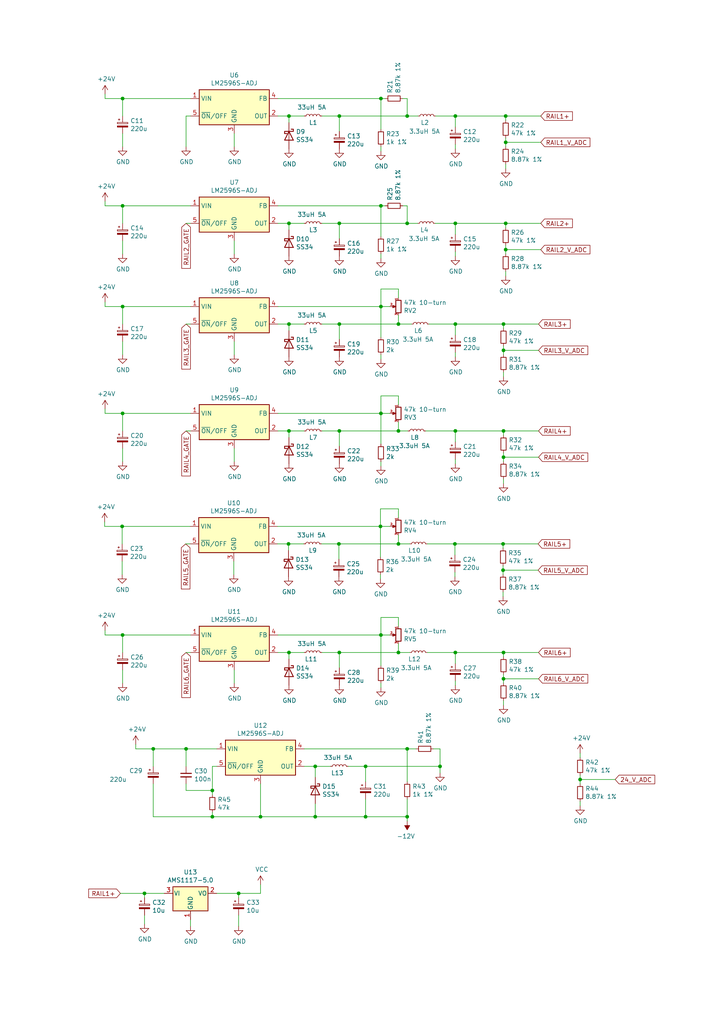
<source format=kicad_sch>
(kicad_sch (version 20211123) (generator eeschema)
  (paper "A4" portrait)
  (junction (at 132.08 64.77))
  (junction (at 127.635 222.25))
  (junction (at 69.215 259.08))
  (junction (at 35.56 59.69))
  (junction (at 118.11 217.17))
  (junction (at 83.82 93.98))
  (junction (at 146.05 189.23))
  (junction (at 106.045 236.855))
  (junction (at 35.56 88.9))
  (junction (at 146.05 124.968))
  (junction (at 115.57 157.734))
  (junction (at 98.425 189.23))
  (junction (at 44.45 217.17))
  (junction (at 61.595 229.235))
  (junction (at 83.82 64.77))
  (junction (at 145.923 157.734))
  (junction (at 110.49 28.575))
  (junction (at 146.685 72.39))
  (junction (at 115.57 189.23))
  (junction (at 110.49 59.69))
  (junction (at 110.49 88.9))
  (junction (at 132.08 33.655))
  (junction (at 146.05 93.98))
  (junction (at 61.595 236.855))
  (junction (at 146.685 41.275))
  (junction (at 146.685 64.77))
  (junction (at 145.923 165.354))
  (junction (at 146.05 132.588))
  (junction (at 98.425 33.655))
  (junction (at 146.05 101.6))
  (junction (at 106.045 222.25))
  (junction (at 115.57 93.98))
  (junction (at 98.425 64.77))
  (junction (at 146.685 33.655))
  (junction (at 98.298 157.734))
  (junction (at 41.91 259.08))
  (junction (at 35.56 184.15))
  (junction (at 35.56 28.575))
  (junction (at 53.975 217.17))
  (junction (at 168.275 226.06))
  (junction (at 83.82 124.968))
  (junction (at 115.57 124.968))
  (junction (at 132.08 124.968))
  (junction (at 118.11 64.77))
  (junction (at 146.05 196.85))
  (junction (at 83.693 157.734))
  (junction (at 110.49 184.15))
  (junction (at 35.433 152.654))
  (junction (at 131.953 157.734))
  (junction (at 110.363 152.654))
  (junction (at 98.425 124.968))
  (junction (at 91.44 236.855))
  (junction (at 83.82 189.23))
  (junction (at 91.44 222.25))
  (junction (at 132.08 93.98))
  (junction (at 118.11 33.655))
  (junction (at 118.11 236.855))
  (junction (at 110.49 119.888))
  (junction (at 75.565 236.855))
  (junction (at 83.82 33.655))
  (junction (at 35.56 119.888))
  (junction (at 98.425 93.98))
  (junction (at 132.08 189.23))
  (wire (pts (xy 127.635 217.17) (xy 127.635 222.25)))
  (wire (pts (xy 145.923 172.974) (xy 145.923 171.704)))
  (wire (pts (xy 110.363 152.654) (xy 110.363 161.544)))
  (wire (pts (xy 55.245 119.888) (xy 35.56 119.888)))
  (wire (pts (xy 132.08 64.77) (xy 146.685 64.77)))
  (wire (pts (xy 83.82 33.655) (xy 83.82 35.56)))
  (wire (pts (xy 80.645 189.23) (xy 83.82 189.23)))
  (wire (pts (xy 30.48 59.69) (xy 35.56 59.69)))
  (wire (pts (xy 35.56 130.048) (xy 35.56 133.858)))
  (wire (pts (xy 156.083 157.734) (xy 145.923 157.734)))
  (wire (pts (xy 80.518 157.734) (xy 83.693 157.734)))
  (wire (pts (xy 110.49 83.82) (xy 110.49 88.9)))
  (wire (pts (xy 67.945 102.87) (xy 67.945 99.06)))
  (wire (pts (xy 146.685 72.39) (xy 146.685 71.12)))
  (wire (pts (xy 168.275 227.33) (xy 168.275 226.06)))
  (wire (pts (xy 93.345 64.77) (xy 98.425 64.77)))
  (wire (pts (xy 110.49 74.93) (xy 110.49 73.66)))
  (wire (pts (xy 146.685 34.925) (xy 146.685 33.655)))
  (wire (pts (xy 30.48 87.63) (xy 30.48 88.9)))
  (wire (pts (xy 30.48 182.88) (xy 30.48 184.15)))
  (wire (pts (xy 156.083 165.354) (xy 145.923 165.354)))
  (wire (pts (xy 30.48 119.888) (xy 35.56 119.888)))
  (wire (pts (xy 146.05 196.85) (xy 146.05 195.58)))
  (wire (pts (xy 91.44 222.25) (xy 91.44 225.425)))
  (wire (pts (xy 156.845 33.655) (xy 146.685 33.655)))
  (wire (pts (xy 110.49 28.575) (xy 80.645 28.575)))
  (wire (pts (xy 118.11 231.775) (xy 118.11 236.855)))
  (wire (pts (xy 115.57 122.428) (xy 115.57 124.968)))
  (wire (pts (xy 30.353 151.384) (xy 30.353 152.654)))
  (wire (pts (xy 132.08 33.655) (xy 146.685 33.655)))
  (wire (pts (xy 83.82 93.98) (xy 83.82 95.885)))
  (wire (pts (xy 146.05 109.22) (xy 146.05 107.95)))
  (wire (pts (xy 39.37 217.17) (xy 44.45 217.17)))
  (wire (pts (xy 55.118 152.654) (xy 35.433 152.654)))
  (wire (pts (xy 146.05 190.5) (xy 146.05 189.23)))
  (wire (pts (xy 118.11 217.17) (xy 120.65 217.17)))
  (wire (pts (xy 118.11 64.77) (xy 121.158 64.77)))
  (wire (pts (xy 41.91 265.43) (xy 41.91 267.97)))
  (wire (pts (xy 30.48 28.575) (xy 35.56 28.575)))
  (wire (pts (xy 115.57 86.36) (xy 115.57 83.82)))
  (wire (pts (xy 132.08 64.77) (xy 132.08 67.945)))
  (wire (pts (xy 100.965 222.25) (xy 106.045 222.25)))
  (wire (pts (xy 115.57 189.23) (xy 118.872 189.23)))
  (wire (pts (xy 127.635 222.25) (xy 127.635 224.155)))
  (wire (pts (xy 83.82 189.23) (xy 88.265 189.23)))
  (wire (pts (xy 35.56 93.98) (xy 35.56 88.9)))
  (wire (pts (xy 131.953 157.734) (xy 131.953 160.909)))
  (wire (pts (xy 113.03 184.15) (xy 110.49 184.15)))
  (wire (pts (xy 110.49 104.14) (xy 110.49 102.87)))
  (wire (pts (xy 132.08 189.23) (xy 146.05 189.23)))
  (wire (pts (xy 53.975 189.23) (xy 55.245 189.23)))
  (wire (pts (xy 110.49 199.39) (xy 110.49 198.12)))
  (wire (pts (xy 115.57 179.07) (xy 110.49 179.07)))
  (wire (pts (xy 106.045 236.855) (xy 118.11 236.855)))
  (wire (pts (xy 98.425 64.77) (xy 118.11 64.77)))
  (wire (pts (xy 61.595 222.25) (xy 61.595 229.235)))
  (wire (pts (xy 131.953 157.734) (xy 145.923 157.734)))
  (wire (pts (xy 83.82 33.655) (xy 88.265 33.655)))
  (wire (pts (xy 156.845 72.39) (xy 146.685 72.39)))
  (wire (pts (xy 34.925 259.08) (xy 41.91 259.08)))
  (wire (pts (xy 35.56 64.77) (xy 35.56 59.69)))
  (wire (pts (xy 98.425 124.968) (xy 98.425 129.413)))
  (wire (pts (xy 53.975 64.77) (xy 55.245 64.77)))
  (wire (pts (xy 98.425 93.98) (xy 98.425 98.425)))
  (wire (pts (xy 131.953 167.259) (xy 131.953 165.989)))
  (wire (pts (xy 132.08 198.755) (xy 132.08 197.485)))
  (wire (pts (xy 110.49 135.128) (xy 110.49 133.858)))
  (wire (pts (xy 132.08 74.295) (xy 132.08 73.025)))
  (wire (pts (xy 110.49 59.69) (xy 111.76 59.69)))
  (wire (pts (xy 53.975 124.968) (xy 55.245 124.968)))
  (wire (pts (xy 41.91 259.08) (xy 41.91 260.35)))
  (wire (pts (xy 83.82 189.23) (xy 83.82 191.135)))
  (wire (pts (xy 115.57 93.98) (xy 119.38 93.98)))
  (wire (pts (xy 123.952 189.23) (xy 132.08 189.23)))
  (wire (pts (xy 80.645 33.655) (xy 83.82 33.655)))
  (wire (pts (xy 44.45 236.855) (xy 61.595 236.855)))
  (wire (pts (xy 106.045 222.25) (xy 127.635 222.25)))
  (wire (pts (xy 55.245 28.575) (xy 35.56 28.575)))
  (wire (pts (xy 110.363 167.894) (xy 110.363 166.624)))
  (wire (pts (xy 146.685 41.275) (xy 146.685 40.005)))
  (wire (pts (xy 115.57 150.114) (xy 115.57 147.574)))
  (wire (pts (xy 75.565 259.08) (xy 75.565 256.54)))
  (wire (pts (xy 146.05 204.47) (xy 146.05 203.2)))
  (wire (pts (xy 146.685 48.895) (xy 146.685 47.625)))
  (wire (pts (xy 83.82 64.77) (xy 83.82 66.675)))
  (wire (pts (xy 93.218 157.734) (xy 98.298 157.734)))
  (wire (pts (xy 30.353 152.654) (xy 35.433 152.654)))
  (wire (pts (xy 110.49 28.575) (xy 111.76 28.575)))
  (wire (pts (xy 55.245 268.605) (xy 55.245 266.7)))
  (wire (pts (xy 115.57 117.348) (xy 115.57 114.808)))
  (wire (pts (xy 30.48 27.305) (xy 30.48 28.575)))
  (wire (pts (xy 123.952 157.734) (xy 131.953 157.734)))
  (wire (pts (xy 118.11 217.17) (xy 118.11 226.695)))
  (wire (pts (xy 118.11 59.69) (xy 118.11 64.77)))
  (wire (pts (xy 115.57 147.574) (xy 110.363 147.574)))
  (wire (pts (xy 116.84 59.69) (xy 118.11 59.69)))
  (wire (pts (xy 55.245 88.9) (xy 35.56 88.9)))
  (wire (pts (xy 168.275 233.68) (xy 168.275 232.41)))
  (wire (pts (xy 115.57 114.808) (xy 110.49 114.808)))
  (wire (pts (xy 110.49 179.07) (xy 110.49 184.15)))
  (wire (pts (xy 67.818 166.624) (xy 67.818 162.814)))
  (wire (pts (xy 44.45 227.33) (xy 44.45 236.855)))
  (wire (pts (xy 146.05 126.238) (xy 146.05 124.968)))
  (wire (pts (xy 132.08 189.23) (xy 132.08 192.405)))
  (wire (pts (xy 168.275 226.06) (xy 168.275 224.79)))
  (wire (pts (xy 115.57 91.44) (xy 115.57 93.98)))
  (wire (pts (xy 61.595 236.855) (xy 61.595 235.585)))
  (wire (pts (xy 118.11 217.17) (xy 88.265 217.17)))
  (wire (pts (xy 156.21 132.588) (xy 146.05 132.588)))
  (wire (pts (xy 132.08 93.98) (xy 132.08 97.155)))
  (wire (pts (xy 69.215 259.08) (xy 69.215 260.35)))
  (wire (pts (xy 30.48 184.15) (xy 35.56 184.15)))
  (wire (pts (xy 110.49 88.9) (xy 110.49 97.79)))
  (wire (pts (xy 156.845 41.275) (xy 146.685 41.275)))
  (wire (pts (xy 83.82 124.968) (xy 83.82 126.873)))
  (wire (pts (xy 53.975 217.17) (xy 53.975 222.25)))
  (wire (pts (xy 53.975 217.17) (xy 62.865 217.17)))
  (wire (pts (xy 146.05 101.6) (xy 146.05 100.33)))
  (wire (pts (xy 123.444 124.968) (xy 132.08 124.968)))
  (wire (pts (xy 110.49 88.9) (xy 80.645 88.9)))
  (wire (pts (xy 145.923 166.624) (xy 145.923 165.354)))
  (wire (pts (xy 35.56 124.968) (xy 35.56 119.888)))
  (wire (pts (xy 98.425 124.968) (xy 115.57 124.968)))
  (wire (pts (xy 146.685 42.545) (xy 146.685 41.275)))
  (wire (pts (xy 115.57 155.194) (xy 115.57 157.734)))
  (wire (pts (xy 110.49 119.888) (xy 80.645 119.888)))
  (wire (pts (xy 145.923 159.004) (xy 145.923 157.734)))
  (wire (pts (xy 83.82 124.968) (xy 88.265 124.968)))
  (wire (pts (xy 88.265 222.25) (xy 91.44 222.25)))
  (wire (pts (xy 146.05 198.12) (xy 146.05 196.85)))
  (wire (pts (xy 53.975 93.98) (xy 55.245 93.98)))
  (wire (pts (xy 53.975 33.655) (xy 55.245 33.655)))
  (wire (pts (xy 93.345 189.23) (xy 98.425 189.23)))
  (wire (pts (xy 156.21 189.23) (xy 146.05 189.23)))
  (wire (pts (xy 35.56 33.655) (xy 35.56 28.575)))
  (wire (pts (xy 118.11 28.575) (xy 118.11 33.655)))
  (wire (pts (xy 156.845 64.77) (xy 146.685 64.77)))
  (wire (pts (xy 91.44 236.855) (xy 91.44 233.045)))
  (wire (pts (xy 83.82 93.98) (xy 88.265 93.98)))
  (wire (pts (xy 156.21 101.6) (xy 146.05 101.6)))
  (wire (pts (xy 126.238 64.77) (xy 132.08 64.77)))
  (wire (pts (xy 98.425 189.23) (xy 115.57 189.23)))
  (wire (pts (xy 106.045 222.25) (xy 106.045 226.695)))
  (wire (pts (xy 98.425 189.23) (xy 98.425 193.675)))
  (wire (pts (xy 115.57 157.734) (xy 118.872 157.734)))
  (wire (pts (xy 93.345 124.968) (xy 98.425 124.968)))
  (wire (pts (xy 30.48 118.618) (xy 30.48 119.888)))
  (wire (pts (xy 35.433 162.814) (xy 35.433 166.624)))
  (wire (pts (xy 80.645 64.77) (xy 83.82 64.77)))
  (wire (pts (xy 53.975 229.235) (xy 53.975 227.33)))
  (wire (pts (xy 69.215 259.08) (xy 75.565 259.08)))
  (wire (pts (xy 146.685 80.01) (xy 146.685 78.74)))
  (wire (pts (xy 132.08 33.655) (xy 132.08 36.83)))
  (wire (pts (xy 98.425 64.77) (xy 98.425 69.215)))
  (wire (pts (xy 146.685 66.04) (xy 146.685 64.77)))
  (wire (pts (xy 35.56 38.735) (xy 35.56 42.545)))
  (wire (pts (xy 55.245 184.15) (xy 35.56 184.15)))
  (wire (pts (xy 110.49 114.808) (xy 110.49 119.888)))
  (wire (pts (xy 44.45 217.17) (xy 53.975 217.17)))
  (wire (pts (xy 145.923 165.354) (xy 145.923 164.084)))
  (wire (pts (xy 115.57 181.61) (xy 115.57 179.07)))
  (wire (pts (xy 115.57 124.968) (xy 118.364 124.968)))
  (wire (pts (xy 35.56 99.06) (xy 35.56 102.87)))
  (wire (pts (xy 146.05 140.208) (xy 146.05 138.938)))
  (wire (pts (xy 35.56 194.31) (xy 35.56 198.12)))
  (wire (pts (xy 156.21 196.85) (xy 146.05 196.85)))
  (wire (pts (xy 113.03 152.654) (xy 110.363 152.654)))
  (wire (pts (xy 67.945 198.12) (xy 67.945 194.31)))
  (wire (pts (xy 93.345 33.655) (xy 98.425 33.655)))
  (wire (pts (xy 53.975 33.655) (xy 53.975 42.545)))
  (wire (pts (xy 116.84 28.575) (xy 118.11 28.575)))
  (wire (pts (xy 55.245 59.69) (xy 35.56 59.69)))
  (wire (pts (xy 44.45 222.25) (xy 44.45 217.17)))
  (wire (pts (xy 80.645 124.968) (xy 83.82 124.968)))
  (wire (pts (xy 62.865 259.08) (xy 69.215 259.08)))
  (wire (pts (xy 110.49 59.69) (xy 80.645 59.69)))
  (wire (pts (xy 115.57 83.82) (xy 110.49 83.82)))
  (wire (pts (xy 168.275 219.71) (xy 168.275 218.44)))
  (wire (pts (xy 110.49 59.69) (xy 110.49 68.58)))
  (wire (pts (xy 110.49 28.575) (xy 110.49 37.465)))
  (wire (pts (xy 61.595 229.235) (xy 53.975 229.235)))
  (wire (pts (xy 75.565 236.855) (xy 61.595 236.855)))
  (wire (pts (xy 146.05 133.858) (xy 146.05 132.588)))
  (wire (pts (xy 146.05 95.25) (xy 146.05 93.98)))
  (wire (pts (xy 98.425 93.98) (xy 115.57 93.98)))
  (wire (pts (xy 125.73 217.17) (xy 127.635 217.17)))
  (wire (pts (xy 110.363 147.574) (xy 110.363 152.654)))
  (wire (pts (xy 106.045 236.855) (xy 106.045 231.775)))
  (wire (pts (xy 132.08 93.98) (xy 146.05 93.98)))
  (wire (pts (xy 115.57 186.69) (xy 115.57 189.23)))
  (wire (pts (xy 146.05 132.588) (xy 146.05 131.318)))
  (wire (pts (xy 67.945 42.545) (xy 67.945 38.735)))
  (wire (pts (xy 35.56 189.23) (xy 35.56 184.15)))
  (wire (pts (xy 83.82 64.77) (xy 88.265 64.77)))
  (wire (pts (xy 30.48 88.9) (xy 35.56 88.9)))
  (wire (pts (xy 47.625 259.08) (xy 41.91 259.08)))
  (wire (pts (xy 110.49 184.15) (xy 80.645 184.15)))
  (wire (pts (xy 39.37 215.9) (xy 39.37 217.17)))
  (wire (pts (xy 156.21 93.98) (xy 146.05 93.98)))
  (wire (pts (xy 83.693 157.734) (xy 83.693 159.639)))
  (wire (pts (xy 113.03 88.9) (xy 110.49 88.9)))
  (wire (pts (xy 110.49 119.888) (xy 110.49 128.778)))
  (wire (pts (xy 69.215 268.605) (xy 69.215 265.43)))
  (wire (pts (xy 132.08 103.505) (xy 132.08 102.235)))
  (wire (pts (xy 132.08 124.968) (xy 132.08 128.143)))
  (wire (pts (xy 118.11 33.655) (xy 121.285 33.655)))
  (wire (pts (xy 110.363 152.654) (xy 80.518 152.654)))
  (wire (pts (xy 61.595 222.25) (xy 62.865 222.25)))
  (wire (pts (xy 110.49 43.815) (xy 110.49 42.545)))
  (wire (pts (xy 75.565 227.33) (xy 75.565 236.855)))
  (wire (pts (xy 53.848 157.734) (xy 55.118 157.734)))
  (wire (pts (xy 126.365 33.655) (xy 132.08 33.655)))
  (wire (pts (xy 98.298 157.734) (xy 98.298 162.179)))
  (wire (pts (xy 83.693 157.734) (xy 88.138 157.734)))
  (wire (pts (xy 91.44 236.855) (xy 106.045 236.855)))
  (wire (pts (xy 113.03 119.888) (xy 110.49 119.888)))
  (wire (pts (xy 178.435 226.06) (xy 168.275 226.06)))
  (wire (pts (xy 110.49 184.15) (xy 110.49 193.04)))
  (wire (pts (xy 98.425 33.655) (xy 98.425 38.1)))
  (wire (pts (xy 80.645 93.98) (xy 83.82 93.98)))
  (wire (pts (xy 35.56 69.85) (xy 35.56 73.66)))
  (wire (pts (xy 98.425 33.655) (xy 118.11 33.655)))
  (wire (pts (xy 146.05 102.87) (xy 146.05 101.6)))
  (wire (pts (xy 118.11 236.855) (xy 118.11 238.125)))
  (wire (pts (xy 35.433 157.734) (xy 35.433 152.654)))
  (wire (pts (xy 75.565 236.855) (xy 91.44 236.855)))
  (wire (pts (xy 30.48 58.42) (xy 30.48 59.69)))
  (wire (pts (xy 132.08 124.968) (xy 146.05 124.968)))
  (wire (pts (xy 93.345 93.98) (xy 98.425 93.98)))
  (wire (pts (xy 132.08 134.493) (xy 132.08 133.223)))
  (wire (pts (xy 67.945 133.858) (xy 67.945 130.048)))
  (wire (pts (xy 124.46 93.98) (xy 132.08 93.98)))
  (wire (pts (xy 146.685 73.66) (xy 146.685 72.39)))
  (wire (pts (xy 91.44 222.25) (xy 95.885 222.25)))
  (wire (pts (xy 67.945 73.66) (xy 67.945 69.85)))
  (wire (pts (xy 98.298 157.734) (xy 115.57 157.734)))
  (wire (pts (xy 156.21 124.968) (xy 146.05 124.968)))
  (wire (pts (xy 132.08 43.18) (xy 132.08 41.91)))
  (wire (pts (xy 61.595 229.235) (xy 61.595 230.505)))
  (global_label "RAIL4_V_ADC" (shape input) (at 156.21 132.588 0) (property "Intersheet References" "${INTERSHEET_REFS}" (effects hide)))
  (global_label "RAIL6+" (shape input) (at 156.21 189.23 0) (property "Intersheet References" "${INTERSHEET_REFS}" (effects hide)))
  (global_label "RAIL6_GATE" (shape input) (at 53.975 189.23 270) (property "Intersheet References" "${INTERSHEET_REFS}" (effects hide)))
  (global_label "RAIL3+" (shape input) (at 156.21 93.98 0) (property "Intersheet References" "${INTERSHEET_REFS}" (effects hide)))
  (global_label "RAIL2_GATE" (shape input) (at 53.975 64.77 270) (property "Intersheet References" "${INTERSHEET_REFS}" (effects hide)))
  (global_label "RAIL2+" (shape input) (at 156.845 64.77 0) (property "Intersheet References" "${INTERSHEET_REFS}" (effects hide)))
  (global_label "RAIL5_GATE" (shape input) (at 53.848 157.734 270) (property "Intersheet References" "${INTERSHEET_REFS}" (effects hide)))
  (global_label "RAIL4+" (shape input) (at 156.21 124.968 0) (property "Intersheet References" "${INTERSHEET_REFS}" (effects hide)))
  (global_label "RAIL1_V_ADC" (shape input) (at 156.845 41.275 0) (property "Intersheet References" "${INTERSHEET_REFS}" (effects hide)))
  (global_label "RAIL1+" (shape input) (at 34.925 259.08 180) (property "Intersheet References" "${INTERSHEET_REFS}" (effects hide)))
  (global_label "RAIL6_V_ADC" (shape input) (at 156.21 196.85 0) (property "Intersheet References" "${INTERSHEET_REFS}" (effects hide)))
  (global_label "RAIL5+" (shape input) (at 156.083 157.734 0) (property "Intersheet References" "${INTERSHEET_REFS}" (effects hide)))
  (global_label "RAIL5_V_ADC" (shape input) (at 156.083 165.354 0) (property "Intersheet References" "${INTERSHEET_REFS}" (effects hide)))
  (global_label "RAIL1+" (shape input) (at 156.845 33.655 0) (property "Intersheet References" "${INTERSHEET_REFS}" (effects hide)))
  (global_label "24_V_ADC" (shape input) (at 178.435 226.06 0) (property "Intersheet References" "${INTERSHEET_REFS}" (effects hide)))
  (global_label "RAIL3_GATE" (shape input) (at 53.975 93.98 270) (property "Intersheet References" "${INTERSHEET_REFS}" (effects hide)))
  (global_label "RAIL3_V_ADC" (shape input) (at 156.21 101.6 0) (property "Intersheet References" "${INTERSHEET_REFS}" (effects hide)))
  (global_label "RAIL4_GATE" (shape input) (at 53.975 124.968 270) (property "Intersheet References" "${INTERSHEET_REFS}" (effects hide)))
  (global_label "RAIL2_V_ADC" (shape input) (at 156.845 72.39 0) (property "Intersheet References" "${INTERSHEET_REFS}" (effects hide)))
  (symbol (lib_id "Regulator_Switching:LM2596S-ADJ") (at 67.945 31.115 0) (unit 1)
    (property "Reference" "U6" (at 67.945 21.7932 0))
    (property "Value" "LM2596S-ADJ" (at 67.945 24.1046 0))
    (property "Footprint" "Package_TO_SOT_SMD:TO-263-5_TabPin3" (effects hide))
    (property "Datasheet" "http://www.ti.com/lit/ds/symlink/lm2596.pdf" (effects hide))
    (property "LCSC Part Number" "C29781" (effects hide))
  )
  (symbol (lib_id "power:+24V") (at 30.48 27.305 0) (unit 1)
    (property "Reference" "#PWR061" (effects hide))
    (property "Value" "+24V" (at 30.861 22.9108 0))
  )
  (symbol (lib_id "PipControlBoard-rescue:CP_Small-Device") (at 35.56 36.195 0) (unit 1)
    (property "Reference" "C11" (at 37.7952 35.0266 0) (effects (justify left)))
    (property "Value" "220u" (at 37.7952 37.338 0) (effects (justify left)))
    (property "Footprint" "Capacitor_SMD:CP_Elec_10x10" (effects hide))
    (property "LCSC Part Number" "C125977" (effects hide))
  )
  (symbol (lib_id "power:GND") (at 35.56 42.545 0) (unit 1)
    (property "Reference" "#PWR062" (effects hide))
    (property "Value" "GND" (at 35.687 46.9392 0))
  )
  (symbol (lib_id "power:GND") (at 67.945 42.545 0) (unit 1)
    (property "Reference" "#PWR064" (effects hide))
    (property "Value" "GND" (at 68.072 46.9392 0))
  )
  (symbol (lib_id "Diode:1N5822") (at 83.82 39.37 270) (unit 1)
    (property "Reference" "D9" (at 85.852 38.2016 90) (effects (justify left)))
    (property "Value" "SS34" (at 85.852 40.513 90) (effects (justify left)))
    (property "Footprint" "Diode_SMD:D_SMA" (effects hide))
    (property "Datasheet" "http://www.vishay.com/docs/88526/1n5820.pdf" (effects hide))
    (property "LCSC Part Number" "C8678" (effects hide))
  )
  (symbol (lib_id "PipControlBoard-rescue:CP_Small-Device") (at 98.425 40.64 0) (unit 1)
    (property "Reference" "C13" (at 100.6602 39.4716 0) (effects (justify left)))
    (property "Value" "220u" (at 100.6602 41.783 0) (effects (justify left)))
    (property "Footprint" "Capacitor_SMD:CP_Elec_10x10" (effects hide))
    (property "LCSC Part Number" "C125977" (effects hide))
  )
  (symbol (lib_id "Device:L_Small") (at 90.805 33.655 90) (unit 1)
    (property "Reference" "L1" (at 92.075 35.56 90) (effects (justify left)))
    (property "Value" "33uH 5A" (at 94.615 31.115 90) (effects (justify left)))
    (property "Footprint" "maxlibrary:PowerInductor_1004S" (effects hide))
    (property "LCSC Part Number" "C408490" (effects hide))
  )
  (symbol (lib_id "Device:R_Small") (at 110.49 40.005 0) (unit 1)
    (property "Reference" "R23" (at 111.9886 38.8366 0) (effects (justify left)))
    (property "Value" "1k 1%" (at 111.9886 41.148 0) (effects (justify left)))
    (property "Footprint" "Resistor_SMD:R_0805_2012Metric" (effects hide))
    (property "LCSC Part Number" "C17513" (effects hide))
  )
  (symbol (lib_id "power:GND") (at 110.49 43.815 0) (unit 1)
    (property "Reference" "#PWR068" (effects hide))
    (property "Value" "GND" (at 110.617 48.2092 0))
  )
  (symbol (lib_id "power:GND") (at 83.82 43.18 0) (unit 1)
    (property "Reference" "#PWR065" (effects hide))
    (property "Value" "GND" (at 83.947 47.5742 0))
  )
  (symbol (lib_id "power:GND") (at 98.425 43.18 0) (unit 1)
    (property "Reference" "#PWR066" (effects hide))
    (property "Value" "GND" (at 98.552 47.5742 0))
  )
  (symbol (lib_id "PipControlBoard-rescue:CP_Small-Device") (at 132.08 39.37 0) (unit 1)
    (property "Reference" "C12" (at 134.3152 38.2016 0) (effects (justify left)))
    (property "Value" "220u" (at 134.3152 40.513 0) (effects (justify left)))
    (property "Footprint" "Capacitor_SMD:CP_Elec_10x10" (effects hide))
    (property "LCSC Part Number" "C125977" (effects hide))
  )
  (symbol (lib_id "Device:L_Small") (at 123.825 33.655 90) (unit 1)
    (property "Reference" "L2" (at 124.46 35.56 90) (effects (justify left)))
    (property "Value" "3.3uH 5A" (at 127.635 38.1 90) (effects (justify left)))
    (property "Footprint" "Inductor_SMD:L_Sunlord_MWSA0518_5.4x5.2mm" (effects hide))
    (property "LCSC Part Number" "C436534" (effects hide))
  )
  (symbol (lib_id "power:GND") (at 132.08 43.18 0) (unit 1)
    (property "Reference" "#PWR067" (effects hide))
    (property "Value" "GND" (at 132.207 47.5742 0))
  )
  (symbol (lib_id "Regulator_Switching:LM2596S-ADJ") (at 67.945 62.23 0) (unit 1)
    (property "Reference" "U7" (at 67.945 52.9082 0))
    (property "Value" "LM2596S-ADJ" (at 67.945 55.2196 0))
    (property "Footprint" "Package_TO_SOT_SMD:TO-263-5_TabPin3" (effects hide))
    (property "Datasheet" "http://www.ti.com/lit/ds/symlink/lm2596.pdf" (effects hide))
    (property "LCSC Part Number" "C29781" (effects hide))
  )
  (symbol (lib_id "power:+24V") (at 30.48 58.42 0) (unit 1)
    (property "Reference" "#PWR070" (effects hide))
    (property "Value" "+24V" (at 30.861 54.0258 0))
  )
  (symbol (lib_id "PipControlBoard-rescue:CP_Small-Device") (at 35.56 67.31 0) (unit 1)
    (property "Reference" "C14" (at 37.7952 66.1416 0) (effects (justify left)))
    (property "Value" "220u" (at 37.7952 68.453 0) (effects (justify left)))
    (property "Footprint" "Capacitor_SMD:CP_Elec_10x10" (effects hide))
    (property "LCSC Part Number" "C125977" (effects hide))
  )
  (symbol (lib_id "power:GND") (at 35.56 73.66 0) (unit 1)
    (property "Reference" "#PWR071" (effects hide))
    (property "Value" "GND" (at 35.687 78.0542 0))
  )
  (symbol (lib_id "power:GND") (at 67.945 73.66 0) (unit 1)
    (property "Reference" "#PWR072" (effects hide))
    (property "Value" "GND" (at 68.072 78.0542 0))
  )
  (symbol (lib_id "Diode:1N5822") (at 83.82 70.485 270) (unit 1)
    (property "Reference" "D10" (at 85.852 69.3166 90) (effects (justify left)))
    (property "Value" "SS34" (at 85.852 71.628 90) (effects (justify left)))
    (property "Footprint" "Diode_SMD:D_SMA" (effects hide))
    (property "Datasheet" "http://www.vishay.com/docs/88526/1n5820.pdf" (effects hide))
    (property "LCSC Part Number" "C8678" (effects hide))
  )
  (symbol (lib_id "PipControlBoard-rescue:CP_Small-Device") (at 98.425 71.755 0) (unit 1)
    (property "Reference" "C16" (at 100.6602 70.5866 0) (effects (justify left)))
    (property "Value" "220u" (at 100.6602 72.898 0) (effects (justify left)))
    (property "Footprint" "Capacitor_SMD:CP_Elec_10x10" (effects hide))
    (property "LCSC Part Number" "C125977" (effects hide))
  )
  (symbol (lib_id "Device:L_Small") (at 90.805 64.77 90) (unit 1)
    (property "Reference" "L3" (at 92.075 66.675 90) (effects (justify left)))
    (property "Value" "33uH 5A" (at 94.615 62.23 90) (effects (justify left)))
    (property "Footprint" "maxlibrary:PowerInductor_1004S" (effects hide))
    (property "LCSC Part Number" "C408490" (effects hide))
  )
  (symbol (lib_id "power:GND") (at 83.82 74.295 0) (unit 1)
    (property "Reference" "#PWR073" (effects hide))
    (property "Value" "GND" (at 83.947 78.6892 0))
  )
  (symbol (lib_id "power:GND") (at 98.425 74.295 0) (unit 1)
    (property "Reference" "#PWR074" (effects hide))
    (property "Value" "GND" (at 98.552 78.6892 0))
  )
  (symbol (lib_id "PipControlBoard-rescue:CP_Small-Device") (at 132.08 70.485 0) (unit 1)
    (property "Reference" "C15" (at 134.3152 69.3166 0) (effects (justify left)))
    (property "Value" "220u" (at 134.3152 71.628 0) (effects (justify left)))
    (property "Footprint" "Capacitor_SMD:CP_Elec_10x10" (effects hide))
    (property "LCSC Part Number" "C125977" (effects hide))
  )
  (symbol (lib_id "power:GND") (at 132.08 74.295 0) (unit 1)
    (property "Reference" "#PWR075" (effects hide))
    (property "Value" "GND" (at 132.207 78.6892 0))
  )
  (symbol (lib_id "Regulator_Switching:LM2596S-ADJ") (at 67.945 186.69 0) (unit 1)
    (property "Reference" "U11" (at 67.945 177.3682 0))
    (property "Value" "LM2596S-ADJ" (at 67.945 179.6796 0))
    (property "Footprint" "Package_TO_SOT_SMD:TO-263-5_TabPin3" (effects hide))
    (property "Datasheet" "http://www.ti.com/lit/ds/symlink/lm2596.pdf" (effects hide))
    (property "LCSC Part Number" "C29781" (effects hide))
  )
  (symbol (lib_id "power:+24V") (at 30.48 182.88 0) (unit 1)
    (property "Reference" "#PWR0102" (effects hide))
    (property "Value" "+24V" (at 30.861 178.4858 0))
  )
  (symbol (lib_id "PipControlBoard-rescue:CP_Small-Device") (at 35.56 191.77 0) (unit 1)
    (property "Reference" "C26" (at 37.7952 190.6016 0) (effects (justify left)))
    (property "Value" "220u" (at 37.7952 192.913 0) (effects (justify left)))
    (property "Footprint" "Capacitor_SMD:CP_Elec_10x10" (effects hide))
    (property "LCSC Part Number" "C125977" (effects hide))
  )
  (symbol (lib_id "power:GND") (at 35.56 198.12 0) (unit 1)
    (property "Reference" "#PWR0103" (effects hide))
    (property "Value" "GND" (at 35.687 202.5142 0))
  )
  (symbol (lib_id "power:GND") (at 67.945 198.12 0) (unit 1)
    (property "Reference" "#PWR0104" (effects hide))
    (property "Value" "GND" (at 68.072 202.5142 0))
  )
  (symbol (lib_id "Diode:1N5822") (at 83.82 194.945 270) (unit 1)
    (property "Reference" "D14" (at 85.852 193.7766 90) (effects (justify left)))
    (property "Value" "SS34" (at 85.852 196.088 90) (effects (justify left)))
    (property "Footprint" "Diode_SMD:D_SMA" (effects hide))
    (property "Datasheet" "http://www.vishay.com/docs/88526/1n5820.pdf" (effects hide))
    (property "LCSC Part Number" "C8678" (effects hide))
  )
  (symbol (lib_id "PipControlBoard-rescue:CP_Small-Device") (at 98.425 196.215 0) (unit 1)
    (property "Reference" "C28" (at 100.6602 195.0466 0) (effects (justify left)))
    (property "Value" "220u" (at 100.6602 197.358 0) (effects (justify left)))
    (property "Footprint" "Capacitor_SMD:CP_Elec_10x10" (effects hide))
    (property "LCSC Part Number" "C125977" (effects hide))
  )
  (symbol (lib_id "Device:L_Small") (at 90.805 189.23 90) (unit 1)
    (property "Reference" "L11" (at 92.075 191.135 90) (effects (justify left)))
    (property "Value" "33uH 5A" (at 94.615 186.69 90) (effects (justify left)))
    (property "Footprint" "maxlibrary:PowerInductor_1004S" (effects hide))
    (property "LCSC Part Number" "C408490" (effects hide))
  )
  (symbol (lib_id "PipControlBoard-rescue:R_POT_Small-Device") (at 115.57 184.15 0) (mirror y) (unit 1)
    (property "Reference" "RV5" (at 117.094 185.3184 0) (effects (justify right)))
    (property "Value" "47k 10-turn" (at 117.094 183.007 0) (effects (justify right)))
    (property "Footprint" "Potentiometer_THT:Potentiometer_Bourns_3296W_Vertical" (effects hide))
    (property "LCSC Part Number" "C118911" (effects hide))
  )
  (symbol (lib_id "Device:R_Small") (at 110.49 195.58 0) (unit 1)
    (property "Reference" "R39" (at 111.9886 194.4116 0) (effects (justify left)))
    (property "Value" "2k" (at 111.9886 196.723 0) (effects (justify left)))
    (property "Footprint" "Resistor_SMD:R_0805_2012Metric" (effects hide))
    (property "LCSC Part Number" "C17604" (effects hide))
  )
  (symbol (lib_id "power:GND") (at 110.49 199.39 0) (unit 1)
    (property "Reference" "#PWR0108" (effects hide))
    (property "Value" "GND" (at 110.617 203.7842 0))
  )
  (symbol (lib_id "power:GND") (at 83.82 198.755 0) (unit 1)
    (property "Reference" "#PWR0105" (effects hide))
    (property "Value" "GND" (at 83.947 203.1492 0))
  )
  (symbol (lib_id "power:GND") (at 98.425 198.755 0) (unit 1)
    (property "Reference" "#PWR0106" (effects hide))
    (property "Value" "GND" (at 98.552 203.1492 0))
  )
  (symbol (lib_id "PipControlBoard-rescue:CP_Small-Device") (at 132.08 194.945 0) (unit 1)
    (property "Reference" "C27" (at 134.3152 193.7766 0) (effects (justify left)))
    (property "Value" "220u" (at 134.3152 196.088 0) (effects (justify left)))
    (property "Footprint" "Capacitor_SMD:CP_Elec_10x10" (effects hide))
    (property "LCSC Part Number" "C125977" (effects hide))
  )
  (symbol (lib_id "power:GND") (at 132.08 198.755 0) (unit 1)
    (property "Reference" "#PWR0107" (effects hide))
    (property "Value" "GND" (at 132.207 203.1492 0))
  )
  (symbol (lib_id "Regulator_Switching:LM2596S-ADJ") (at 67.818 155.194 0) (unit 1)
    (property "Reference" "U10" (at 67.818 145.8722 0))
    (property "Value" "LM2596S-ADJ" (at 67.818 148.1836 0))
    (property "Footprint" "Package_TO_SOT_SMD:TO-263-5_TabPin3" (effects hide))
    (property "Datasheet" "http://www.ti.com/lit/ds/symlink/lm2596.pdf" (effects hide))
    (property "LCSC Part Number" "C29781" (effects hide))
  )
  (symbol (lib_id "power:+24V") (at 30.353 151.384 0) (unit 1)
    (property "Reference" "#PWR094" (effects hide))
    (property "Value" "+24V" (at 30.734 146.9898 0))
  )
  (symbol (lib_id "PipControlBoard-rescue:CP_Small-Device") (at 35.433 160.274 0) (unit 1)
    (property "Reference" "C23" (at 37.6682 159.1056 0) (effects (justify left)))
    (property "Value" "220u" (at 37.6682 161.417 0) (effects (justify left)))
    (property "Footprint" "Capacitor_SMD:CP_Elec_10x10" (effects hide))
    (property "LCSC Part Number" "C125977" (effects hide))
  )
  (symbol (lib_id "power:GND") (at 35.433 166.624 0) (unit 1)
    (property "Reference" "#PWR095" (effects hide))
    (property "Value" "GND" (at 35.56 171.0182 0))
  )
  (symbol (lib_id "power:GND") (at 67.818 166.624 0) (unit 1)
    (property "Reference" "#PWR096" (effects hide))
    (property "Value" "GND" (at 67.945 171.0182 0))
  )
  (symbol (lib_id "Diode:1N5822") (at 83.693 163.449 270) (unit 1)
    (property "Reference" "D13" (at 85.725 162.2806 90) (effects (justify left)))
    (property "Value" "SS34" (at 85.725 164.592 90) (effects (justify left)))
    (property "Footprint" "Diode_SMD:D_SMA" (effects hide))
    (property "Datasheet" "http://www.vishay.com/docs/88526/1n5820.pdf" (effects hide))
    (property "LCSC Part Number" "C8678" (effects hide))
  )
  (symbol (lib_id "PipControlBoard-rescue:CP_Small-Device") (at 98.298 164.719 0) (unit 1)
    (property "Reference" "C25" (at 100.5332 163.5506 0) (effects (justify left)))
    (property "Value" "220u" (at 100.5332 165.862 0) (effects (justify left)))
    (property "Footprint" "Capacitor_SMD:CP_Elec_10x10" (effects hide))
    (property "LCSC Part Number" "C125977" (effects hide))
  )
  (symbol (lib_id "Device:L_Small") (at 90.678 157.734 90) (unit 1)
    (property "Reference" "L9" (at 91.948 159.639 90) (effects (justify left)))
    (property "Value" "33uH 5A" (at 94.488 155.194 90) (effects (justify left)))
    (property "Footprint" "maxlibrary:PowerInductor_1004S" (effects hide))
    (property "LCSC Part Number" "C408490" (effects hide))
  )
  (symbol (lib_id "PipControlBoard-rescue:R_POT_Small-Device") (at 115.57 152.654 0) (mirror y) (unit 1)
    (property "Reference" "RV4" (at 117.094 153.8224 0) (effects (justify right)))
    (property "Value" "47k 10-turn" (at 117.094 151.511 0) (effects (justify right)))
    (property "Footprint" "Potentiometer_THT:Potentiometer_Bourns_3296W_Vertical" (effects hide))
    (property "LCSC Part Number" "C118911" (effects hide))
  )
  (symbol (lib_id "Device:R_Small") (at 110.363 164.084 0) (unit 1)
    (property "Reference" "R36" (at 111.8616 162.9156 0) (effects (justify left)))
    (property "Value" "2k" (at 111.8616 165.227 0) (effects (justify left)))
    (property "Footprint" "Resistor_SMD:R_0805_2012Metric" (effects hide))
    (property "LCSC Part Number" "C17604" (effects hide))
  )
  (symbol (lib_id "power:GND") (at 110.363 167.894 0) (unit 1)
    (property "Reference" "#PWR0100" (effects hide))
    (property "Value" "GND" (at 110.49 172.2882 0))
  )
  (symbol (lib_id "power:GND") (at 83.693 167.259 0) (unit 1)
    (property "Reference" "#PWR097" (effects hide))
    (property "Value" "GND" (at 83.82 171.6532 0))
  )
  (symbol (lib_id "power:GND") (at 98.298 167.259 0) (unit 1)
    (property "Reference" "#PWR098" (effects hide))
    (property "Value" "GND" (at 98.425 171.6532 0))
  )
  (symbol (lib_id "PipControlBoard-rescue:CP_Small-Device") (at 131.953 163.449 0) (unit 1)
    (property "Reference" "C24" (at 134.1882 162.2806 0) (effects (justify left)))
    (property "Value" "220u" (at 134.1882 164.592 0) (effects (justify left)))
    (property "Footprint" "Capacitor_SMD:CP_Elec_10x10" (effects hide))
    (property "LCSC Part Number" "C125977" (effects hide))
  )
  (symbol (lib_id "power:GND") (at 131.953 167.259 0) (unit 1)
    (property "Reference" "#PWR099" (effects hide))
    (property "Value" "GND" (at 132.08 171.6532 0))
  )
  (symbol (lib_id "Regulator_Switching:LM2596S-ADJ") (at 75.565 219.71 0) (unit 1)
    (property "Reference" "U12" (at 75.565 210.3882 0))
    (property "Value" "LM2596S-ADJ" (at 75.565 212.6996 0))
    (property "Footprint" "Package_TO_SOT_SMD:TO-263-5_TabPin3" (effects hide))
    (property "Datasheet" "http://www.ti.com/lit/ds/symlink/lm2596.pdf" (effects hide))
    (property "LCSC Part Number" "C29781" (effects hide))
  )
  (symbol (lib_id "power:+24V") (at 39.37 215.9 0) (unit 1)
    (property "Reference" "#PWR0110" (effects hide))
    (property "Value" "+24V" (at 39.751 211.5058 0))
  )
  (symbol (lib_id "PipControlBoard-rescue:CP_Small-Device") (at 44.45 224.79 0) (unit 1)
    (property "Reference" "C29" (at 37.465 223.52 0) (effects (justify left)))
    (property "Value" "220u" (at 31.75 226.06 0) (effects (justify left)))
    (property "Footprint" "Capacitor_SMD:CP_Elec_10x10" (effects hide))
    (property "LCSC Part Number" "C125977" (effects hide))
  )
  (symbol (lib_id "Diode:1N5822") (at 91.44 229.235 270) (unit 1)
    (property "Reference" "D15" (at 93.472 228.0666 90) (effects (justify left)))
    (property "Value" "SS34" (at 93.472 230.378 90) (effects (justify left)))
    (property "Footprint" "Diode_SMD:D_SMA" (effects hide))
    (property "Datasheet" "http://www.vishay.com/docs/88526/1n5820.pdf" (effects hide))
    (property "LCSC Part Number" "C8678" (effects hide))
  )
  (symbol (lib_id "PipControlBoard-rescue:CP_Small-Device") (at 106.045 229.235 0) (unit 1)
    (property "Reference" "C31" (at 108.2802 228.0666 0) (effects (justify left)))
    (property "Value" "220u" (at 108.2802 230.378 0) (effects (justify left)))
    (property "Footprint" "Capacitor_SMD:CP_Elec_10x10" (effects hide))
    (property "LCSC Part Number" "C125977" (effects hide))
  )
  (symbol (lib_id "Device:L_Small") (at 98.425 222.25 90) (unit 1)
    (property "Reference" "L13" (at 99.695 224.155 90) (effects (justify left)))
    (property "Value" "33uH 5A" (at 102.235 219.71 90) (effects (justify left)))
    (property "Footprint" "maxlibrary:PowerInductor_1004S" (effects hide))
    (property "LCSC Part Number" "C408490" (effects hide))
  )
  (symbol (lib_id "Device:C_Small") (at 53.975 224.79 0) (unit 1)
    (property "Reference" "C30" (at 56.3118 223.6216 0) (effects (justify left)))
    (property "Value" "100n" (at 56.3118 225.933 0) (effects (justify left)))
    (property "Footprint" "Capacitor_SMD:C_0805_2012Metric" (effects hide))
    (property "LCSC Part Number" "C28233" (effects hide))
  )
  (symbol (lib_id "Device:R_Small") (at 61.595 233.045 0) (unit 1)
    (property "Reference" "R45" (at 63.0936 231.8766 0) (effects (justify left)))
    (property "Value" "47k" (at 63.0936 234.188 0) (effects (justify left)))
    (property "Footprint" "Resistor_SMD:R_0805_2012Metric" (effects hide))
    (property "LCSC Part Number" "C17713" (effects hide))
  )
  (symbol (lib_id "power:GND") (at 127.635 224.155 0) (unit 1)
    (property "Reference" "#PWR0112" (effects hide))
    (property "Value" "GND" (at 127.762 228.5492 0))
  )
  (symbol (lib_id "power:-12V") (at 118.11 238.125 180) (unit 1)
    (property "Reference" "#PWR0114" (effects hide))
    (property "Value" "-12V" (at 117.729 242.5192 0))
  )
  (symbol (lib_id "Device:R_Small") (at 114.3 28.575 90) (unit 1)
    (property "Reference" "R21" (at 113.1316 27.0764 0) (effects (justify left)))
    (property "Value" "8.87k 1%" (at 115.443 27.0764 0) (effects (justify left)))
    (property "Footprint" "Resistor_SMD:R_0805_2012Metric" (effects hide))
    (property "LCSC Part Number" "C37551" (effects hide))
  )
  (symbol (lib_id "power:GND") (at 110.49 74.93 0) (unit 1)
    (property "Reference" "#PWR076" (effects hide))
    (property "Value" "GND" (at 110.617 79.3242 0))
  )
  (symbol (lib_id "Device:R_Small") (at 110.49 71.12 0) (unit 1)
    (property "Reference" "R27" (at 111.9886 69.9516 0) (effects (justify left)))
    (property "Value" "1k 1%" (at 111.9886 72.263 0) (effects (justify left)))
    (property "Footprint" "Resistor_SMD:R_0805_2012Metric" (effects hide))
    (property "LCSC Part Number" "C17513" (effects hide))
  )
  (symbol (lib_id "Device:R_Small") (at 114.3 59.69 90) (unit 1)
    (property "Reference" "R25" (at 113.1316 58.1914 0) (effects (justify left)))
    (property "Value" "8.87k 1%" (at 115.443 58.1914 0) (effects (justify left)))
    (property "Footprint" "Resistor_SMD:R_0805_2012Metric" (effects hide))
    (property "LCSC Part Number" "C37551" (effects hide))
  )
  (symbol (lib_id "Device:R_Small") (at 118.11 229.235 0) (unit 1)
    (property "Reference" "R43" (at 119.6086 228.0666 0) (effects (justify left)))
    (property "Value" "1k 1%" (at 119.6086 230.378 0) (effects (justify left)))
    (property "Footprint" "Resistor_SMD:R_0805_2012Metric" (effects hide))
    (property "LCSC Part Number" "C17513" (effects hide))
  )
  (symbol (lib_id "Device:R_Small") (at 123.19 217.17 90) (unit 1)
    (property "Reference" "R41" (at 122.0216 215.6714 0) (effects (justify left)))
    (property "Value" "8.87k 1%" (at 124.333 215.6714 0) (effects (justify left)))
    (property "Footprint" "Resistor_SMD:R_0805_2012Metric" (effects hide))
    (property "LCSC Part Number" "C37551" (effects hide))
  )
  (symbol (lib_id "Regulator_Linear:AMS1117-5.0") (at 55.245 259.08 0) (unit 1)
    (property "Reference" "U13" (at 55.245 252.9332 0))
    (property "Value" "AMS1117-5.0" (at 55.245 255.2446 0))
    (property "Footprint" "Package_TO_SOT_SMD:SOT-223-3_TabPin2" (effects hide))
    (property "Datasheet" "http://www.advanced-monolithic.com/pdf/ds1117.pdf" (effects hide))
    (property "LCSC Part Number" "C6187" (effects hide))
  )
  (symbol (lib_id "PipControlBoard-rescue:CP_Small-Device") (at 41.91 262.89 0) (unit 1)
    (property "Reference" "C32" (at 44.1452 261.7216 0) (effects (justify left)))
    (property "Value" "10u" (at 44.1452 264.033 0) (effects (justify left)))
    (property "Footprint" "Capacitor_SMD:C_1206_3216Metric" (effects hide))
    (property "LCSC Part Number" "C13585" (effects hide))
  )
  (symbol (lib_id "PipControlBoard-rescue:CP_Small-Device") (at 69.215 262.89 0) (unit 1)
    (property "Reference" "C33" (at 71.4502 261.7216 0) (effects (justify left)))
    (property "Value" "10u" (at 71.4502 264.033 0) (effects (justify left)))
    (property "Footprint" "Capacitor_SMD:C_1206_3216Metric" (effects hide))
    (property "LCSC Part Number" "C13585" (effects hide))
  )
  (symbol (lib_id "power:VCC") (at 75.565 256.54 0) (unit 1)
    (property "Reference" "#PWR0115" (effects hide))
    (property "Value" "VCC" (at 75.946 252.1458 0))
  )
  (symbol (lib_id "power:GND") (at 41.91 267.97 0) (unit 1)
    (property "Reference" "#PWR0116" (effects hide))
    (property "Value" "GND" (at 42.037 272.3642 0))
  )
  (symbol (lib_id "power:GND") (at 55.245 268.605 0) (unit 1)
    (property "Reference" "#PWR0117" (effects hide))
    (property "Value" "GND" (at 55.372 272.9992 0))
  )
  (symbol (lib_id "power:GND") (at 69.215 268.605 0) (unit 1)
    (property "Reference" "#PWR0118" (effects hide))
    (property "Value" "GND" (at 69.342 272.9992 0))
  )
  (symbol (lib_id "power:GND") (at 146.685 48.895 0) (unit 1)
    (property "Reference" "#PWR069" (effects hide))
    (property "Value" "GND" (at 146.812 53.2892 0))
  )
  (symbol (lib_id "Device:R_Small") (at 146.685 37.465 180) (unit 1)
    (property "Reference" "R22" (at 148.1836 36.2966 0) (effects (justify right)))
    (property "Value" "47k 1%" (at 148.1836 38.608 0) (effects (justify right)))
    (property "Footprint" "Resistor_SMD:R_0805_2012Metric" (effects hide))
    (property "LCSC Part Number" "C17713" (effects hide))
  )
  (symbol (lib_id "Device:R_Small") (at 146.685 45.085 180) (unit 1)
    (property "Reference" "R24" (at 148.1836 43.9166 0) (effects (justify right)))
    (property "Value" "8.87k 1%" (at 148.1836 46.228 0) (effects (justify right)))
    (property "Footprint" "Resistor_SMD:R_0805_2012Metric" (effects hide))
    (property "LCSC Part Number" "C37551" (effects hide))
  )
  (symbol (lib_id "power:GND") (at 146.685 80.01 0) (unit 1)
    (property "Reference" "#PWR077" (effects hide))
    (property "Value" "GND" (at 146.812 84.4042 0))
  )
  (symbol (lib_id "Device:R_Small") (at 146.685 68.58 180) (unit 1)
    (property "Reference" "R26" (at 148.1836 67.4116 0) (effects (justify right)))
    (property "Value" "47k 1%" (at 148.1836 69.723 0) (effects (justify right)))
    (property "Footprint" "Resistor_SMD:R_0805_2012Metric" (effects hide))
    (property "LCSC Part Number" "C17713" (effects hide))
  )
  (symbol (lib_id "Device:R_Small") (at 146.685 76.2 180) (unit 1)
    (property "Reference" "R28" (at 148.1836 75.0316 0) (effects (justify right)))
    (property "Value" "8.87k 1%" (at 148.1836 77.343 0) (effects (justify right)))
    (property "Footprint" "Resistor_SMD:R_0805_2012Metric" (effects hide))
    (property "LCSC Part Number" "C37551" (effects hide))
  )
  (symbol (lib_id "power:GND") (at 145.923 172.974 0) (unit 1)
    (property "Reference" "#PWR0101" (effects hide))
    (property "Value" "GND" (at 146.05 177.3682 0))
  )
  (symbol (lib_id "Device:R_Small") (at 145.923 161.544 180) (unit 1)
    (property "Reference" "R35" (at 147.4216 160.3756 0) (effects (justify right)))
    (property "Value" "47k 1%" (at 147.4216 162.687 0) (effects (justify right)))
    (property "Footprint" "Resistor_SMD:R_0805_2012Metric" (effects hide))
    (property "LCSC Part Number" "C17713" (effects hide))
  )
  (symbol (lib_id "Device:R_Small") (at 145.923 169.164 180) (unit 1)
    (property "Reference" "R37" (at 147.4216 167.9956 0) (effects (justify right)))
    (property "Value" "8.87k 1%" (at 147.4216 170.307 0) (effects (justify right)))
    (property "Footprint" "Resistor_SMD:R_0805_2012Metric" (effects hide))
    (property "LCSC Part Number" "C37551" (effects hide))
  )
  (symbol (lib_id "power:GND") (at 146.05 204.47 0) (unit 1)
    (property "Reference" "#PWR0109" (effects hide))
    (property "Value" "GND" (at 146.177 208.8642 0))
  )
  (symbol (lib_id "Device:R_Small") (at 146.05 193.04 180) (unit 1)
    (property "Reference" "R38" (at 147.5486 191.8716 0) (effects (justify right)))
    (property "Value" "47k 1%" (at 147.5486 194.183 0) (effects (justify right)))
    (property "Footprint" "Resistor_SMD:R_0805_2012Metric" (effects hide))
    (property "LCSC Part Number" "C17713" (effects hide))
  )
  (symbol (lib_id "Device:R_Small") (at 146.05 200.66 180) (unit 1)
    (property "Reference" "R40" (at 147.5486 199.4916 0) (effects (justify right)))
    (property "Value" "8.87k 1%" (at 147.5486 201.803 0) (effects (justify right)))
    (property "Footprint" "Resistor_SMD:R_0805_2012Metric" (effects hide))
    (property "LCSC Part Number" "C37551" (effects hide))
  )
  (symbol (lib_id "power:GND") (at 168.275 233.68 0) (unit 1)
    (property "Reference" "#PWR0113" (effects hide))
    (property "Value" "GND" (at 168.402 238.0742 0))
  )
  (symbol (lib_id "Device:R_Small") (at 168.275 222.25 180) (unit 1)
    (property "Reference" "R42" (at 169.7736 221.0816 0) (effects (justify right)))
    (property "Value" "47k 1%" (at 169.7736 223.393 0) (effects (justify right)))
    (property "Footprint" "Resistor_SMD:R_0805_2012Metric" (effects hide))
    (property "LCSC Part Number" "C17713" (effects hide))
  )
  (symbol (lib_id "Device:R_Small") (at 168.275 229.87 180) (unit 1)
    (property "Reference" "R44" (at 169.7736 228.7016 0) (effects (justify right)))
    (property "Value" "8.87k 1%" (at 169.7736 231.013 0) (effects (justify right)))
    (property "Footprint" "Resistor_SMD:R_0805_2012Metric" (effects hide))
    (property "LCSC Part Number" "C37551" (effects hide))
  )
  (symbol (lib_id "power:+24V") (at 168.275 218.44 0) (unit 1)
    (property "Reference" "#PWR0111" (effects hide))
    (property "Value" "+24V" (at 168.656 214.0458 0))
  )
  (symbol (lib_id "Device:R_Small") (at 146.05 105.41 180) (unit 1)
    (property "Reference" "R31" (at 147.5486 104.2416 0) (effects (justify right)))
    (property "Value" "8.87k 1%" (at 147.5486 106.553 0) (effects (justify right)))
    (property "Footprint" "Resistor_SMD:R_0805_2012Metric" (effects hide))
    (property "LCSC Part Number" "C37551" (effects hide))
  )
  (symbol (lib_id "Device:L_Small") (at 90.805 93.98 90) (unit 1)
    (property "Reference" "L5" (at 92.075 95.885 90) (effects (justify left)))
    (property "Value" "33uH 5A" (at 94.615 91.44 90) (effects (justify left)))
    (property "Footprint" "maxlibrary:PowerInductor_1004S" (effects hide))
    (property "LCSC Part Number" "C408490" (effects hide))
  )
  (symbol (lib_id "PipControlBoard-rescue:R_POT_Small-Device") (at 115.57 119.888 0) (mirror y) (unit 1)
    (property "Reference" "RV3" (at 117.094 121.0564 0) (effects (justify right)))
    (property "Value" "47k 10-turn" (at 117.094 118.745 0) (effects (justify right)))
    (property "Footprint" "Potentiometer_THT:Potentiometer_Bourns_3296W_Vertical" (effects hide))
    (property "LCSC Part Number" "C118911" (effects hide))
  )
  (symbol (lib_id "power:GND") (at 146.05 109.22 0) (unit 1)
    (property "Reference" "#PWR085" (effects hide))
    (property "Value" "GND" (at 146.177 113.6142 0))
  )
  (symbol (lib_id "Device:L_Small") (at 90.805 124.968 90) (unit 1)
    (property "Reference" "L7" (at 92.075 126.873 90) (effects (justify left)))
    (property "Value" "33uH 5A" (at 94.615 122.428 90) (effects (justify left)))
    (property "Footprint" "maxlibrary:PowerInductor_1004S" (effects hide))
    (property "LCSC Part Number" "C408490" (effects hide))
  )
  (symbol (lib_id "power:GND") (at 110.49 135.128 0) (unit 1)
    (property "Reference" "#PWR092" (effects hide))
    (property "Value" "GND" (at 110.617 139.5222 0))
  )
  (symbol (lib_id "power:GND") (at 83.82 103.505 0) (unit 1)
    (property "Reference" "#PWR081" (effects hide))
    (property "Value" "GND" (at 83.947 107.8992 0))
  )
  (symbol (lib_id "Device:R_Small") (at 110.49 100.33 0) (unit 1)
    (property "Reference" "R30" (at 111.9886 99.1616 0) (effects (justify left)))
    (property "Value" "2k" (at 111.9886 101.473 0) (effects (justify left)))
    (property "Footprint" "Resistor_SMD:R_0805_2012Metric" (effects hide))
    (property "LCSC Part Number" "C17604" (effects hide))
  )
  (symbol (lib_id "Device:L_Small") (at 121.412 157.734 90) (unit 1)
    (property "Reference" "L10" (at 122.047 159.639 90) (effects (justify left)))
    (property "Value" "3.3uH 5A" (at 125.222 162.179 90) (effects (justify left)))
    (property "Footprint" "Inductor_SMD:L_Sunlord_MWSA0518_5.4x5.2mm" (effects hide))
    (property "LCSC Part Number" "C436534" (effects hide))
  )
  (symbol (lib_id "Device:L_Small") (at 123.698 64.77 90) (unit 1)
    (property "Reference" "L4" (at 124.333 66.675 90) (effects (justify left)))
    (property "Value" "3.3uH 5A" (at 127.508 69.215 90) (effects (justify left)))
    (property "Footprint" "Inductor_SMD:L_Sunlord_MWSA0518_5.4x5.2mm" (effects hide))
    (property "LCSC Part Number" "C436534" (effects hide))
  )
  (symbol (lib_id "power:GND") (at 35.56 102.87 0) (unit 1)
    (property "Reference" "#PWR079" (effects hide))
    (property "Value" "GND" (at 35.687 107.2642 0))
  )
  (symbol (lib_id "Device:R_Small") (at 146.05 97.79 180) (unit 1)
    (property "Reference" "R29" (at 147.5486 96.6216 0) (effects (justify right)))
    (property "Value" "47k 1%" (at 147.5486 98.933 0) (effects (justify right)))
    (property "Footprint" "Resistor_SMD:R_0805_2012Metric" (effects hide))
    (property "LCSC Part Number" "C17713" (effects hide))
  )
  (symbol (lib_id "power:GND") (at 83.82 134.493 0) (unit 1)
    (property "Reference" "#PWR089" (effects hide))
    (property "Value" "GND" (at 83.947 138.8872 0))
  )
  (symbol (lib_id "power:GND") (at 98.425 103.505 0) (unit 1)
    (property "Reference" "#PWR082" (effects hide))
    (property "Value" "GND" (at 98.552 107.8992 0))
  )
  (symbol (lib_id "Device:R_Small") (at 110.49 131.318 0) (unit 1)
    (property "Reference" "R33" (at 111.9886 130.1496 0) (effects (justify left)))
    (property "Value" "2k" (at 111.9886 132.461 0) (effects (justify left)))
    (property "Footprint" "Resistor_SMD:R_0805_2012Metric" (effects hide))
    (property "LCSC Part Number" "C17604" (effects hide))
  )
  (symbol (lib_id "Regulator_Switching:LM2596S-ADJ") (at 67.945 91.44 0) (unit 1)
    (property "Reference" "U8" (at 67.945 82.1182 0))
    (property "Value" "LM2596S-ADJ" (at 67.945 84.4296 0))
    (property "Footprint" "Package_TO_SOT_SMD:TO-263-5_TabPin3" (effects hide))
    (property "Datasheet" "http://www.ti.com/lit/ds/symlink/lm2596.pdf" (effects hide))
    (property "LCSC Part Number" "C29781" (effects hide))
  )
  (symbol (lib_id "Device:R_Small") (at 146.05 136.398 180) (unit 1)
    (property "Reference" "R34" (at 147.5486 135.2296 0) (effects (justify right)))
    (property "Value" "8.87k 1%" (at 147.5486 137.541 0) (effects (justify right)))
    (property "Footprint" "Resistor_SMD:R_0805_2012Metric" (effects hide))
    (property "LCSC Part Number" "C37551" (effects hide))
  )
  (symbol (lib_id "PipControlBoard-rescue:CP_Small-Device") (at 98.425 131.953 0) (unit 1)
    (property "Reference" "C22" (at 100.6602 130.7846 0) (effects (justify left)))
    (property "Value" "220u" (at 100.6602 133.096 0) (effects (justify left)))
    (property "Footprint" "Capacitor_SMD:CP_Elec_10x10" (effects hide))
    (property "LCSC Part Number" "C125977" (effects hide))
  )
  (symbol (lib_id "PipControlBoard-rescue:CP_Small-Device") (at 132.08 130.683 0) (unit 1)
    (property "Reference" "C21" (at 134.3152 129.5146 0) (effects (justify left)))
    (property "Value" "220u" (at 134.3152 131.826 0) (effects (justify left)))
    (property "Footprint" "Capacitor_SMD:CP_Elec_10x10" (effects hide))
    (property "LCSC Part Number" "C125977" (effects hide))
  )
  (symbol (lib_id "Diode:1N5822") (at 83.82 99.695 270) (unit 1)
    (property "Reference" "D11" (at 85.852 98.5266 90) (effects (justify left)))
    (property "Value" "SS34" (at 85.852 100.838 90) (effects (justify left)))
    (property "Footprint" "Diode_SMD:D_SMA" (effects hide))
    (property "Datasheet" "http://www.vishay.com/docs/88526/1n5820.pdf" (effects hide))
    (property "LCSC Part Number" "C8678" (effects hide))
  )
  (symbol (lib_id "power:GND") (at 132.08 103.505 0) (unit 1)
    (property "Reference" "#PWR083" (effects hide))
    (property "Value" "GND" (at 132.207 107.8992 0))
  )
  (symbol (lib_id "PipControlBoard-rescue:CP_Small-Device") (at 98.425 100.965 0) (unit 1)
    (property "Reference" "C19" (at 100.6602 99.7966 0) (effects (justify left)))
    (property "Value" "220u" (at 100.6602 102.108 0) (effects (justify left)))
    (property "Footprint" "Capacitor_SMD:CP_Elec_10x10" (effects hide))
    (property "LCSC Part Number" "C125977" (effects hide))
  )
  (symbol (lib_id "power:GND") (at 67.945 102.87 0) (unit 1)
    (property "Reference" "#PWR080" (effects hide))
    (property "Value" "GND" (at 68.072 107.2642 0))
  )
  (symbol (lib_id "PipControlBoard-rescue:R_POT_Small-Device") (at 115.57 88.9 0) (mirror y) (unit 1)
    (property "Reference" "RV2" (at 117.094 90.0684 0) (effects (justify right)))
    (property "Value" "47k 10-turn" (at 117.094 87.757 0) (effects (justify right)))
    (property "Footprint" "Potentiometer_THT:Potentiometer_Bourns_3296W_Vertical" (effects hide))
    (property "LCSC Part Number" "C118911" (effects hide))
  )
  (symbol (lib_id "power:+24V") (at 30.48 87.63 0) (unit 1)
    (property "Reference" "#PWR078" (effects hide))
    (property "Value" "+24V" (at 30.861 83.2358 0))
  )
  (symbol (lib_id "PipControlBoard-rescue:CP_Small-Device") (at 132.08 99.695 0) (unit 1)
    (property "Reference" "C18" (at 134.3152 98.5266 0) (effects (justify left)))
    (property "Value" "220u" (at 134.3152 100.838 0) (effects (justify left)))
    (property "Footprint" "Capacitor_SMD:CP_Elec_10x10" (effects hide))
    (property "LCSC Part Number" "C125977" (effects hide))
  )
  (symbol (lib_id "power:GND") (at 53.975 42.545 0) (unit 1)
    (property "Reference" "#PWR063" (effects hide))
    (property "Value" "GND" (at 54.102 46.9392 0))
  )
  (symbol (lib_id "power:GND") (at 98.425 134.493 0) (unit 1)
    (property "Reference" "#PWR090" (effects hide))
    (property "Value" "GND" (at 98.552 138.8872 0))
  )
  (symbol (lib_id "Diode:1N5822") (at 83.82 130.683 270) (unit 1)
    (property "Reference" "D12" (at 85.852 129.5146 90) (effects (justify left)))
    (property "Value" "SS34" (at 85.852 131.826 90) (effects (justify left)))
    (property "Footprint" "Diode_SMD:D_SMA" (effects hide))
    (property "Datasheet" "http://www.vishay.com/docs/88526/1n5820.pdf" (effects hide))
    (property "LCSC Part Number" "C8678" (effects hide))
  )
  (symbol (lib_id "power:GND") (at 67.945 133.858 0) (unit 1)
    (property "Reference" "#PWR088" (effects hide))
    (property "Value" "GND" (at 68.072 138.2522 0))
  )
  (symbol (lib_id "Device:R_Small") (at 146.05 128.778 180) (unit 1)
    (property "Reference" "R32" (at 147.5486 127.6096 0) (effects (justify right)))
    (property "Value" "47k 1%" (at 147.5486 129.921 0) (effects (justify right)))
    (property "Footprint" "Resistor_SMD:R_0805_2012Metric" (effects hide))
    (property "LCSC Part Number" "C17713" (effects hide))
  )
  (symbol (lib_id "power:GND") (at 110.49 104.14 0) (unit 1)
    (property "Reference" "#PWR084" (effects hide))
    (property "Value" "GND" (at 110.617 108.5342 0))
  )
  (symbol (lib_id "power:GND") (at 132.08 134.493 0) (unit 1)
    (property "Reference" "#PWR091" (effects hide))
    (property "Value" "GND" (at 132.207 138.8872 0))
  )
  (symbol (lib_id "Regulator_Switching:LM2596S-ADJ") (at 67.945 122.428 0) (unit 1)
    (property "Reference" "U9" (at 67.945 113.1062 0))
    (property "Value" "LM2596S-ADJ" (at 67.945 115.4176 0))
    (property "Footprint" "Package_TO_SOT_SMD:TO-263-5_TabPin3" (effects hide))
    (property "Datasheet" "http://www.ti.com/lit/ds/symlink/lm2596.pdf" (effects hide))
    (property "LCSC Part Number" "C29781" (effects hide))
  )
  (symbol (lib_id "Device:L_Small") (at 121.92 93.98 90) (unit 1)
    (property "Reference" "L6" (at 122.555 95.885 90) (effects (justify left)))
    (property "Value" "3.3uH 5A" (at 125.73 98.425 90) (effects (justify left)))
    (property "Footprint" "Inductor_SMD:L_Sunlord_MWSA0518_5.4x5.2mm" (effects hide))
    (property "LCSC Part Number" "C436534" (effects hide))
  )
  (symbol (lib_id "Device:L_Small") (at 121.412 189.23 90) (unit 1)
    (property "Reference" "L12" (at 122.047 191.135 90) (effects (justify left)))
    (property "Value" "3.3uH 5A" (at 125.222 193.675 90) (effects (justify left)))
    (property "Footprint" "Inductor_SMD:L_Sunlord_MWSA0518_5.4x5.2mm" (effects hide))
    (property "LCSC Part Number" "C436534" (effects hide))
  )
  (symbol (lib_id "power:+24V") (at 30.48 118.618 0) (unit 1)
    (property "Reference" "#PWR086" (effects hide))
    (property "Value" "+24V" (at 30.861 114.2238 0))
  )
  (symbol (lib_id "PipControlBoard-rescue:CP_Small-Device") (at 35.56 96.52 0) (unit 1)
    (property "Reference" "C17" (at 37.7952 95.3516 0) (effects (justify left)))
    (property "Value" "220u" (at 37.7952 97.663 0) (effects (justify left)))
    (property "Footprint" "Capacitor_SMD:CP_Elec_10x10" (effects hide))
    (property "LCSC Part Number" "C125977" (effects hide))
  )
  (symbol (lib_id "PipControlBoard-rescue:CP_Small-Device") (at 35.56 127.508 0) (unit 1)
    (property "Reference" "C20" (at 37.7952 126.3396 0) (effects (justify left)))
    (property "Value" "220u" (at 37.7952 128.651 0) (effects (justify left)))
    (property "Footprint" "Capacitor_SMD:CP_Elec_10x10" (effects hide))
    (property "LCSC Part Number" "C125977" (effects hide))
  )
  (symbol (lib_id "Device:L_Small") (at 120.904 124.968 90) (unit 1)
    (property "Reference" "L8" (at 121.539 126.873 90) (effects (justify left)))
    (property "Value" "3.3uH 5A" (at 124.714 129.286 90) (effects (justify left)))
    (property "Footprint" "Inductor_SMD:L_Sunlord_MWSA0518_5.4x5.2mm" (effects hide))
    (property "LCSC Part Number" "C436534" (effects hide))
  )
  (symbol (lib_id "power:GND") (at 146.05 140.208 0) (unit 1)
    (property "Reference" "#PWR093" (effects hide))
    (property "Value" "GND" (at 146.177 144.6022 0))
  )
  (symbol (lib_id "power:GND") (at 35.56 133.858 0) (unit 1)
    (property "Reference" "#PWR087" (effects hide))
    (property "Value" "GND" (at 35.687 138.2522 0))
  )
)
</source>
